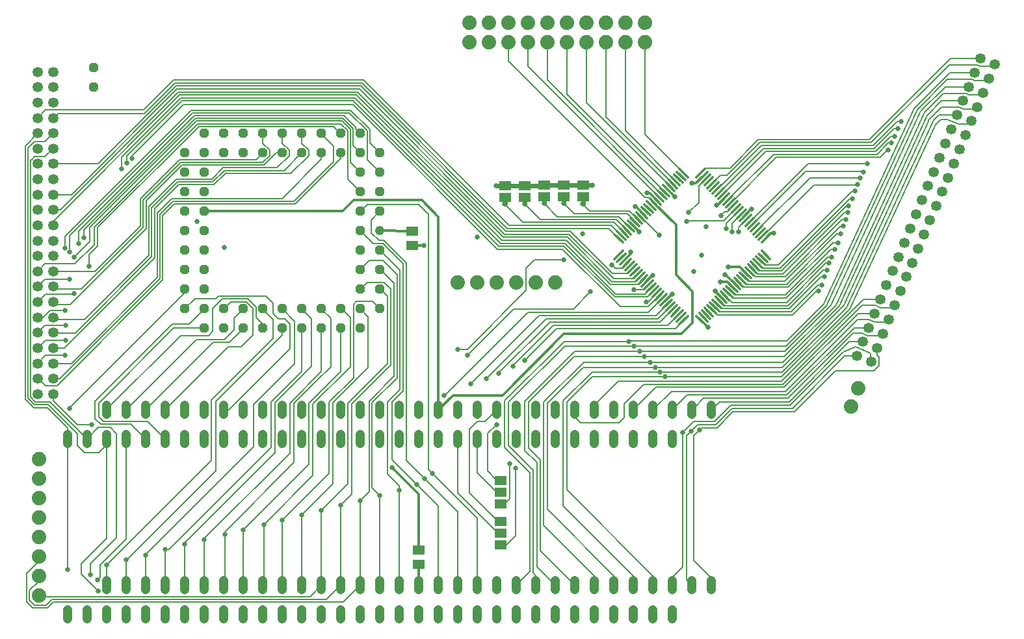
<source format=gtl>
G04 EAGLE Gerber RS-274X export*
G75*
%MOMM*%
%FSLAX34Y34*%
%LPD*%
%INTop Copper*%
%IPPOS*%
%AMOC8*
5,1,8,0,0,1.08239X$1,22.5*%
G01*
%ADD10C,1.350000*%
%ADD11C,1.219200*%
%ADD12P,1.319650X8X112.500000*%
%ADD13R,1.600200X1.168400*%
%ADD14C,1.219200*%
%ADD15P,1.319650X8X292.500000*%
%ADD16R,1.500000X1.300000*%
%ADD17C,0.300000*%
%ADD18C,1.879600*%
%ADD19C,0.304800*%
%ADD20C,0.654800*%
%ADD21C,0.609600*%
%ADD22C,0.203200*%
%ADD23C,0.177800*%


D10*
X57244Y331782D03*
X37244Y331782D03*
X57244Y351782D03*
X37244Y351782D03*
X57244Y371782D03*
X37244Y371782D03*
X57244Y391782D03*
X37244Y391782D03*
X57244Y411782D03*
X37244Y411782D03*
X57244Y431782D03*
X37244Y431782D03*
X57244Y451782D03*
X37244Y451782D03*
X57244Y471782D03*
X37244Y471782D03*
X57244Y491782D03*
X37244Y491782D03*
X57244Y511782D03*
X37244Y511782D03*
X57244Y531782D03*
X37244Y531782D03*
X57244Y551782D03*
X37244Y551782D03*
X57244Y571782D03*
X37244Y571782D03*
X57244Y591782D03*
X37244Y591782D03*
X57244Y611782D03*
X37244Y611782D03*
X57244Y631782D03*
X37244Y631782D03*
X57244Y651782D03*
X37244Y651782D03*
X57244Y671782D03*
X37244Y671782D03*
X57244Y691782D03*
X37244Y691782D03*
X57244Y711782D03*
X37244Y711782D03*
X57244Y731782D03*
X37244Y731782D03*
X57244Y751782D03*
X37244Y751782D03*
D11*
X863600Y279146D02*
X863600Y266954D01*
X838200Y266954D02*
X838200Y279146D01*
X812800Y279146D02*
X812800Y266954D01*
X787400Y266954D02*
X787400Y279146D01*
X762000Y279146D02*
X762000Y266954D01*
X736600Y266954D02*
X736600Y279146D01*
X711200Y279146D02*
X711200Y266954D01*
X685800Y266954D02*
X685800Y279146D01*
X660400Y279146D02*
X660400Y266954D01*
X635000Y266954D02*
X635000Y279146D01*
X609600Y279146D02*
X609600Y266954D01*
X584200Y266954D02*
X584200Y279146D01*
X558800Y279146D02*
X558800Y266954D01*
X533400Y266954D02*
X533400Y279146D01*
X508000Y279146D02*
X508000Y266954D01*
X482600Y266954D02*
X482600Y279146D01*
X457200Y279146D02*
X457200Y266954D01*
X431800Y266954D02*
X431800Y279146D01*
X406400Y279146D02*
X406400Y266954D01*
X76200Y266954D02*
X76200Y279146D01*
X76200Y50546D02*
X76200Y38354D01*
X406400Y38354D02*
X406400Y50546D01*
X431800Y50546D02*
X431800Y38354D01*
X457200Y38354D02*
X457200Y50546D01*
X482600Y50546D02*
X482600Y38354D01*
X508000Y38354D02*
X508000Y50546D01*
X533400Y50546D02*
X533400Y38354D01*
X558800Y38354D02*
X558800Y50546D01*
X584200Y50546D02*
X584200Y38354D01*
X609600Y38354D02*
X609600Y50546D01*
X635000Y50546D02*
X635000Y38354D01*
X660400Y38354D02*
X660400Y50546D01*
X685800Y50546D02*
X685800Y38354D01*
X711200Y38354D02*
X711200Y50546D01*
X736600Y50546D02*
X736600Y38354D01*
X762000Y38354D02*
X762000Y50546D01*
X787400Y50546D02*
X787400Y38354D01*
X812800Y38354D02*
X812800Y50546D01*
X838200Y50546D02*
X838200Y38354D01*
X863600Y38354D02*
X863600Y50546D01*
X381000Y266954D02*
X381000Y279146D01*
X355600Y279146D02*
X355600Y266954D01*
X330200Y266954D02*
X330200Y279146D01*
X304800Y279146D02*
X304800Y266954D01*
X279400Y266954D02*
X279400Y279146D01*
X254000Y279146D02*
X254000Y266954D01*
X228600Y266954D02*
X228600Y279146D01*
X203200Y279146D02*
X203200Y266954D01*
X177800Y266954D02*
X177800Y279146D01*
X152400Y279146D02*
X152400Y266954D01*
X127000Y266954D02*
X127000Y279146D01*
X101600Y279146D02*
X101600Y266954D01*
X381000Y50546D02*
X381000Y38354D01*
X355600Y38354D02*
X355600Y50546D01*
X330200Y50546D02*
X330200Y38354D01*
X304800Y38354D02*
X304800Y50546D01*
X279400Y50546D02*
X279400Y38354D01*
X254000Y38354D02*
X254000Y50546D01*
X228600Y50546D02*
X228600Y38354D01*
X203200Y38354D02*
X203200Y50546D01*
X177800Y50546D02*
X177800Y38354D01*
X152400Y38354D02*
X152400Y50546D01*
X127000Y50546D02*
X127000Y38354D01*
X101600Y38354D02*
X101600Y50546D01*
D12*
X109728Y732028D03*
X109728Y757428D03*
D13*
X645650Y603666D03*
X645650Y588426D03*
X671050Y603666D03*
X671050Y588426D03*
X640080Y188722D03*
X640080Y203962D03*
X640080Y219202D03*
X640080Y134874D03*
X640080Y150114D03*
X640080Y165354D03*
D14*
X482664Y544576D03*
D15*
X457264Y544576D03*
X482664Y569976D03*
X457264Y569976D03*
X482664Y595376D03*
X457264Y595376D03*
X482664Y620776D03*
X457264Y620776D03*
X482664Y646176D03*
X457264Y671576D03*
X457264Y646176D03*
X431864Y671576D03*
X431864Y646176D03*
X406464Y671576D03*
X406464Y646176D03*
X381064Y671576D03*
X381064Y646176D03*
X355664Y671576D03*
X355664Y646176D03*
X330264Y671576D03*
X330264Y646176D03*
X304864Y671576D03*
X304864Y646176D03*
X279464Y671576D03*
X279464Y646176D03*
X254064Y671576D03*
X228664Y646176D03*
X254064Y646176D03*
X228664Y620776D03*
X254064Y620776D03*
X228664Y595376D03*
X254064Y595376D03*
X228664Y569976D03*
X254064Y569976D03*
X228664Y544576D03*
X254064Y544576D03*
X228664Y519176D03*
X254064Y519176D03*
X228664Y493776D03*
X254064Y493776D03*
X228664Y468376D03*
X254064Y468376D03*
X228664Y442976D03*
X254064Y417576D03*
X254064Y442976D03*
X279464Y417576D03*
X279464Y442976D03*
X304864Y417576D03*
X304864Y442976D03*
X330264Y417576D03*
X330264Y442976D03*
X355664Y417576D03*
X355664Y442976D03*
X381064Y417576D03*
X381064Y442976D03*
X406464Y417576D03*
X406464Y442976D03*
X431864Y417576D03*
X431864Y442976D03*
X457264Y417576D03*
X482664Y442976D03*
X457264Y442976D03*
X482664Y468376D03*
X457264Y468376D03*
X482664Y493776D03*
X457264Y493776D03*
X482664Y519176D03*
X457264Y519176D03*
D16*
X533400Y109626D03*
X533400Y128626D03*
X524764Y544424D03*
X524764Y525424D03*
D17*
X788392Y507739D02*
X798998Y518345D01*
X802534Y514809D02*
X791928Y504203D01*
X795463Y500668D02*
X806069Y511274D01*
X809605Y507738D02*
X798999Y497132D01*
X802534Y493597D02*
X813140Y504203D01*
X816676Y500667D02*
X806070Y490061D01*
X809605Y486526D02*
X820211Y497132D01*
X823747Y493596D02*
X813141Y482990D01*
X816676Y479455D02*
X827282Y490061D01*
X830818Y486525D02*
X820212Y475919D01*
X823747Y472384D02*
X834353Y482990D01*
X837889Y479454D02*
X827283Y468848D01*
X830818Y465312D02*
X841424Y475918D01*
X844960Y472383D02*
X834354Y461777D01*
X837890Y458241D02*
X848496Y468847D01*
X852031Y465312D02*
X841425Y454706D01*
X844961Y451170D02*
X855567Y461776D01*
X859102Y458241D02*
X848496Y447635D01*
X852032Y444099D02*
X862638Y454705D01*
X866173Y451170D02*
X855567Y440564D01*
X859103Y437028D02*
X869709Y447634D01*
X873244Y444099D02*
X862638Y433493D01*
X866174Y429957D02*
X876780Y440563D01*
X880315Y437028D02*
X869709Y426422D01*
X873245Y422886D02*
X883851Y433492D01*
X895165Y433492D02*
X905771Y422886D01*
X909307Y426422D02*
X898701Y437028D01*
X902236Y440563D02*
X912842Y429957D01*
X916378Y433493D02*
X905772Y444099D01*
X909307Y447634D02*
X919913Y437028D01*
X923449Y440564D02*
X912843Y451170D01*
X916378Y454705D02*
X926984Y444099D01*
X930520Y447635D02*
X919914Y458241D01*
X923449Y461776D02*
X934055Y451170D01*
X937591Y454706D02*
X926985Y465312D01*
X930520Y468847D02*
X941126Y458241D01*
X944662Y461777D02*
X934056Y472383D01*
X937592Y475918D02*
X948198Y465312D01*
X951733Y468848D02*
X941127Y479454D01*
X944663Y482990D02*
X955269Y472384D01*
X958804Y475919D02*
X948198Y486525D01*
X951734Y490061D02*
X962340Y479455D01*
X965875Y482990D02*
X955269Y493596D01*
X958805Y497132D02*
X969411Y486526D01*
X972946Y490061D02*
X962340Y500667D01*
X965876Y504203D02*
X976482Y493597D01*
X980017Y497132D02*
X969411Y507738D01*
X972947Y511274D02*
X983553Y500668D01*
X987088Y504203D02*
X976482Y514809D01*
X980018Y518345D02*
X990624Y507739D01*
X980018Y529659D02*
X990624Y540265D01*
X987088Y543801D02*
X976482Y533195D01*
X972947Y536730D02*
X983553Y547336D01*
X980017Y550872D02*
X969411Y540266D01*
X965876Y543801D02*
X976482Y554407D01*
X972946Y557943D02*
X962340Y547337D01*
X958805Y550872D02*
X969411Y561478D01*
X965875Y565014D02*
X955269Y554408D01*
X951734Y557943D02*
X962340Y568549D01*
X958804Y572085D02*
X948198Y561479D01*
X944663Y565014D02*
X955269Y575620D01*
X951733Y579156D02*
X941127Y568550D01*
X937592Y572086D02*
X948198Y582692D01*
X944662Y586227D02*
X934056Y575621D01*
X930520Y579157D02*
X941126Y589763D01*
X937591Y593298D02*
X926985Y582692D01*
X923449Y586228D02*
X934055Y596834D01*
X930520Y600369D02*
X919914Y589763D01*
X916378Y593299D02*
X926984Y603905D01*
X923449Y607440D02*
X912843Y596834D01*
X909307Y600370D02*
X919913Y610976D01*
X916378Y614511D02*
X905772Y603905D01*
X902236Y607441D02*
X912842Y618047D01*
X909307Y621582D02*
X898701Y610976D01*
X895165Y614512D02*
X905771Y625118D01*
X883851Y614512D02*
X873245Y625118D01*
X869709Y621582D02*
X880315Y610976D01*
X876780Y607441D02*
X866174Y618047D01*
X862638Y614511D02*
X873244Y603905D01*
X869709Y600370D02*
X859103Y610976D01*
X855567Y607440D02*
X866173Y596834D01*
X862638Y593299D02*
X852032Y603905D01*
X848496Y600369D02*
X859102Y589763D01*
X855567Y586228D02*
X844961Y596834D01*
X841425Y593298D02*
X852031Y582692D01*
X848496Y579157D02*
X837890Y589763D01*
X834354Y586227D02*
X844960Y575621D01*
X841424Y572086D02*
X830818Y582692D01*
X827283Y579156D02*
X837889Y568550D01*
X834353Y565014D02*
X823747Y575620D01*
X820212Y572085D02*
X830818Y561479D01*
X827282Y557943D02*
X816676Y568549D01*
X813141Y565014D02*
X823747Y554408D01*
X820211Y550872D02*
X809605Y561478D01*
X806070Y557943D02*
X816676Y547337D01*
X813140Y543801D02*
X802534Y554407D01*
X798999Y550872D02*
X809605Y540266D01*
X806069Y536730D02*
X795463Y547336D01*
X791928Y543801D02*
X802534Y533195D01*
X798998Y529659D02*
X788392Y540265D01*
D18*
X1105662Y338836D03*
X1095942Y315369D03*
D10*
X1264925Y769342D03*
X1283402Y761688D03*
X1257271Y750864D03*
X1275749Y743210D03*
X1249617Y732386D03*
X1268095Y724733D03*
X1241964Y713909D03*
X1260441Y706255D03*
X1234310Y695431D03*
X1252788Y687778D03*
X1226656Y676954D03*
X1245134Y669300D03*
X1219003Y658476D03*
X1237480Y650822D03*
X1211349Y639998D03*
X1229827Y632345D03*
X1203695Y621521D03*
X1222173Y613867D03*
X1196042Y603043D03*
X1214519Y595390D03*
X1188388Y584566D03*
X1206866Y576912D03*
X1180734Y566088D03*
X1199212Y558434D03*
X1173081Y547610D03*
X1191558Y539957D03*
X1165427Y529133D03*
X1183905Y521479D03*
X1157773Y510655D03*
X1176251Y503002D03*
X1150120Y492178D03*
X1168597Y484524D03*
X1142466Y473700D03*
X1160944Y466046D03*
X1134812Y455222D03*
X1153290Y447569D03*
X1127159Y436745D03*
X1145636Y429091D03*
X1119505Y418267D03*
X1137983Y410614D03*
X1111851Y399790D03*
X1130329Y392136D03*
X1104198Y381312D03*
X1122675Y373658D03*
D11*
X914400Y317246D02*
X914400Y305054D01*
X889000Y305054D02*
X889000Y317246D01*
X863600Y317246D02*
X863600Y305054D01*
X838200Y305054D02*
X838200Y317246D01*
X812800Y317246D02*
X812800Y305054D01*
X787400Y305054D02*
X787400Y317246D01*
X762000Y317246D02*
X762000Y305054D01*
X736600Y305054D02*
X736600Y317246D01*
X711200Y317246D02*
X711200Y305054D01*
X685800Y305054D02*
X685800Y317246D01*
X660400Y317246D02*
X660400Y305054D01*
X635000Y305054D02*
X635000Y317246D01*
X609600Y317246D02*
X609600Y305054D01*
X584200Y305054D02*
X584200Y317246D01*
X558800Y317246D02*
X558800Y305054D01*
X533400Y305054D02*
X533400Y317246D01*
X508000Y317246D02*
X508000Y305054D01*
X482600Y305054D02*
X482600Y317246D01*
X457200Y317246D02*
X457200Y305054D01*
X127000Y305054D02*
X127000Y317246D01*
X127000Y88646D02*
X127000Y76454D01*
X457200Y76454D02*
X457200Y88646D01*
X482600Y88646D02*
X482600Y76454D01*
X508000Y76454D02*
X508000Y88646D01*
X533400Y88646D02*
X533400Y76454D01*
X558800Y76454D02*
X558800Y88646D01*
X584200Y88646D02*
X584200Y76454D01*
X609600Y76454D02*
X609600Y88646D01*
X635000Y88646D02*
X635000Y76454D01*
X660400Y76454D02*
X660400Y88646D01*
X685800Y88646D02*
X685800Y76454D01*
X711200Y76454D02*
X711200Y88646D01*
X736600Y88646D02*
X736600Y76454D01*
X762000Y76454D02*
X762000Y88646D01*
X787400Y88646D02*
X787400Y76454D01*
X812800Y76454D02*
X812800Y88646D01*
X838200Y88646D02*
X838200Y76454D01*
X863600Y76454D02*
X863600Y88646D01*
X889000Y88646D02*
X889000Y76454D01*
X914400Y76454D02*
X914400Y88646D01*
X431800Y305054D02*
X431800Y317246D01*
X406400Y317246D02*
X406400Y305054D01*
X381000Y305054D02*
X381000Y317246D01*
X355600Y317246D02*
X355600Y305054D01*
X330200Y305054D02*
X330200Y317246D01*
X304800Y317246D02*
X304800Y305054D01*
X279400Y305054D02*
X279400Y317246D01*
X254000Y317246D02*
X254000Y305054D01*
X228600Y305054D02*
X228600Y317246D01*
X203200Y317246D02*
X203200Y305054D01*
X177800Y305054D02*
X177800Y317246D01*
X152400Y317246D02*
X152400Y305054D01*
X431800Y88646D02*
X431800Y76454D01*
X406400Y76454D02*
X406400Y88646D01*
X381000Y88646D02*
X381000Y76454D01*
X355600Y76454D02*
X355600Y88646D01*
X330200Y88646D02*
X330200Y76454D01*
X304800Y76454D02*
X304800Y88646D01*
X279400Y88646D02*
X279400Y76454D01*
X254000Y76454D02*
X254000Y88646D01*
X228600Y88646D02*
X228600Y76454D01*
X203200Y76454D02*
X203200Y88646D01*
X177800Y88646D02*
X177800Y76454D01*
X152400Y76454D02*
X152400Y88646D01*
D18*
X584200Y477012D03*
X609600Y477012D03*
X635000Y477012D03*
X660400Y477012D03*
X685800Y477012D03*
X711200Y477012D03*
D13*
X696450Y603920D03*
X696450Y588680D03*
X721850Y603920D03*
X721850Y588680D03*
X747250Y603920D03*
X747250Y588680D03*
D18*
X38608Y69088D03*
X38608Y94488D03*
X38608Y119888D03*
X38608Y145288D03*
X38608Y170688D03*
X38608Y196088D03*
X38608Y221488D03*
X38608Y246888D03*
X599186Y790702D03*
X599186Y816102D03*
X624586Y790702D03*
X624586Y816102D03*
X649986Y790702D03*
X649986Y816102D03*
X675386Y790702D03*
X675386Y816102D03*
X700786Y790702D03*
X700786Y816102D03*
X726186Y790702D03*
X726186Y816102D03*
X751586Y790702D03*
X751586Y816102D03*
X776986Y790702D03*
X776986Y816102D03*
X802386Y790702D03*
X802386Y816102D03*
X827786Y790702D03*
X827786Y816102D03*
D19*
X533400Y201168D02*
X533400Y128626D01*
X533400Y201168D02*
X498856Y235712D01*
D20*
X498856Y235712D03*
D21*
X645650Y603666D02*
X671050Y603666D01*
X696196Y603666D02*
X696450Y603920D01*
X696196Y603666D02*
X671050Y603666D01*
X696450Y603920D02*
X721850Y603920D01*
X747250Y603920D01*
D20*
X634220Y603666D03*
D21*
X645650Y603666D01*
D20*
X759442Y603920D03*
D21*
X747250Y603920D01*
D20*
X830326Y593852D03*
D19*
X833800Y593852D02*
X843193Y584460D01*
X833800Y593852D02*
X830326Y593852D01*
D20*
X820674Y543560D03*
D19*
X820453Y543560D02*
X811373Y552640D01*
X820453Y543560D02*
X820674Y543560D01*
D20*
X838454Y486918D03*
D19*
X838282Y486918D02*
X829050Y477687D01*
X838282Y486918D02*
X838454Y486918D01*
D20*
X910082Y419100D03*
D19*
X900748Y428189D02*
X900468Y428189D01*
X900748Y428189D02*
X909837Y419100D01*
X910082Y419100D01*
D20*
X926084Y478028D03*
D19*
X942869Y470615D02*
X942895Y470615D01*
X942869Y470615D02*
X935456Y478028D01*
X926084Y478028D01*
D20*
X935990Y497586D03*
D19*
X960572Y488573D02*
X960572Y488293D01*
X951559Y497586D02*
X935990Y497586D01*
X951559Y497586D02*
X960572Y488573D01*
D20*
X966978Y572516D03*
D19*
X966306Y572516D02*
X957037Y563246D01*
X966306Y572516D02*
X966978Y572516D01*
D20*
X889254Y606552D03*
D19*
X894276Y606552D02*
X904004Y616279D01*
X894276Y606552D02*
X889254Y606552D01*
D20*
X901446Y513080D03*
X891032Y491236D03*
X907796Y549656D03*
X540004Y525780D03*
D19*
X528574Y525678D02*
X528320Y525424D01*
X524764Y525424D01*
X539902Y525678D02*
X540004Y525780D01*
X539902Y525678D02*
X528574Y525678D01*
X577850Y330200D02*
X558800Y311150D01*
X868172Y487502D02*
X868172Y552409D01*
X839657Y580924D01*
X890177Y465497D02*
X890177Y424899D01*
X890177Y465497D02*
X868172Y487502D01*
X890177Y424899D02*
X875433Y410155D01*
X722217Y410155D02*
X642262Y330200D01*
X722217Y410155D02*
X875433Y410155D01*
X642262Y330200D02*
X577850Y330200D01*
X558800Y562811D02*
X537157Y584454D01*
X433896Y569976D02*
X254064Y569976D01*
X433896Y569976D02*
X448374Y584454D01*
X537157Y584454D01*
X558800Y562811D02*
X558800Y311150D01*
D22*
X832797Y587784D02*
X839657Y580924D01*
X832797Y587784D02*
X827813Y587784D01*
X649986Y765611D01*
X649986Y790702D01*
X675951Y438707D02*
X578662Y341418D01*
X675951Y438707D02*
X832497Y438707D01*
X850264Y456473D01*
D20*
X566420Y329784D03*
D22*
X567028Y329784D01*
X578662Y341418D01*
D20*
X107186Y291492D03*
D23*
X88644Y291492D01*
X57244Y322892D01*
X57244Y331782D01*
D22*
X636778Y150114D02*
X640080Y150114D01*
X636778Y150114D02*
X584200Y202692D01*
X584200Y273050D01*
D20*
X600710Y345412D03*
D22*
X689638Y434340D01*
X842272Y434340D01*
X857335Y449402D01*
X1105527Y436745D02*
X1127159Y436745D01*
X1105527Y436745D02*
X1009396Y340614D01*
X842264Y340614D02*
X812800Y311150D01*
X842264Y340614D02*
X1009396Y340614D01*
D23*
X221798Y637540D02*
X170528Y586270D01*
X170528Y550710D01*
X111600Y491782D02*
X57244Y491782D01*
X111600Y491782D02*
X170528Y550710D01*
X221798Y637540D02*
X224907Y637540D01*
X225034Y637413D01*
X321501Y637413D02*
X330264Y646176D01*
X321501Y637413D02*
X225034Y637413D01*
D20*
X596900Y382778D03*
D22*
X657070Y442948D01*
D20*
X757174Y465300D03*
D22*
X734822Y442948D02*
X657070Y442948D01*
X734822Y442948D02*
X757174Y465300D01*
D20*
X813562Y468082D03*
D22*
X826517Y468082D01*
X832586Y474151D01*
X1118926Y429176D02*
X1128096Y425378D01*
X1141923Y425378D02*
X1145636Y429091D01*
X1141923Y425378D02*
X1128096Y425378D01*
X1118926Y429176D02*
X1105048Y429176D01*
X1011153Y335280D01*
X862330Y335280D02*
X838200Y311150D01*
X862330Y335280D02*
X1011153Y335280D01*
D23*
X174498Y549158D02*
X94074Y468734D01*
X60292Y468734D02*
X57244Y471782D01*
X60292Y468734D02*
X94074Y468734D01*
X174498Y549158D02*
X174498Y584957D01*
X223479Y633938D02*
X223561Y633857D01*
X339027Y642546D02*
X339027Y649806D01*
X330337Y633857D02*
X223561Y633857D01*
X330337Y633857D02*
X339027Y642546D01*
X330264Y658569D02*
X330264Y671576D01*
X330264Y658569D02*
X339027Y649806D01*
X223479Y633938D02*
X174498Y584957D01*
D20*
X583692Y390208D03*
D22*
X596392Y390208D01*
X673354Y467170D01*
D20*
X722122Y506772D03*
D22*
X684352Y506776D01*
X673354Y495778D01*
D20*
X846609Y538707D03*
D22*
X822070Y563246D01*
X821979Y563246D01*
X673354Y495778D02*
X673354Y467170D01*
X1119504Y418266D02*
X1119505Y418267D01*
X1119504Y418266D02*
X1100256Y418266D01*
X1012698Y330708D01*
X863600Y311658D02*
X863600Y311150D01*
X863600Y311658D02*
X882650Y330708D01*
X1012698Y330708D01*
D23*
X60292Y448734D02*
X57244Y451782D01*
X60292Y448734D02*
X79596Y448734D01*
X178308Y547446D01*
X347685Y646176D02*
X355664Y646176D01*
X347685Y646176D02*
X331810Y630301D01*
X224871Y630301D01*
X178308Y583738D02*
X178308Y547446D01*
X178308Y583738D02*
X224871Y630301D01*
D22*
X1110320Y411115D02*
X1117430Y408170D01*
X1110320Y411115D02*
X1098926Y411115D01*
X1014201Y326390D01*
X1135539Y408170D02*
X1137983Y410614D01*
X1135539Y408170D02*
X1117430Y408170D01*
X892556Y314706D02*
X889000Y311150D01*
X892556Y314706D02*
X892810Y314706D01*
X904494Y326390D01*
X1014201Y326390D01*
D23*
X182118Y512714D02*
X98138Y428734D01*
X60292Y428734D02*
X57244Y431782D01*
X60292Y428734D02*
X98138Y428734D01*
X182118Y512714D02*
X182118Y576423D01*
X217708Y612013D01*
X263779Y612013D02*
X278511Y626745D01*
X364427Y642546D02*
X364427Y649806D01*
X364427Y642546D02*
X348625Y626745D01*
X355664Y658569D02*
X355664Y671576D01*
X355664Y658569D02*
X364427Y649806D01*
X263779Y612013D02*
X217708Y612013D01*
X278511Y626745D02*
X348625Y626745D01*
D22*
X1093972Y399790D02*
X1111851Y399790D01*
X1093972Y399790D02*
X1016000Y321818D01*
X925068Y321818D02*
X914400Y311150D01*
X925068Y321818D02*
X1016000Y321818D01*
D23*
X57498Y411528D02*
X57244Y411782D01*
X57498Y411528D02*
X86200Y411528D01*
X185674Y511002D01*
X185674Y574950D02*
X219181Y608457D01*
X265252Y608457D01*
X279984Y623189D01*
X358077Y623189D02*
X381064Y646176D01*
X185674Y574950D02*
X185674Y511002D01*
X279984Y623189D02*
X358077Y623189D01*
D22*
X1130329Y392136D02*
X1130329Y382484D01*
X1133094Y379719D01*
X1133094Y368554D01*
X1126236Y361696D01*
X1075660Y361696D01*
X891337Y243318D02*
X891208Y114886D01*
X914400Y91694D02*
X914400Y82550D01*
X914400Y91694D02*
X891208Y114886D01*
X1022828Y308864D02*
X1075660Y361696D01*
X891337Y277419D02*
X891337Y243318D01*
X901700Y287782D02*
X921554Y287782D01*
X942636Y308864D01*
X1022828Y308864D01*
X898934Y285016D02*
X891337Y277419D01*
X898934Y285016D02*
X901700Y287782D01*
X898934Y285016D02*
X898779Y285016D01*
D20*
X898779Y285016D03*
D23*
X71976Y391782D02*
X57244Y391782D01*
X71976Y391782D02*
X189230Y509036D01*
X266725Y604901D02*
X281457Y619633D01*
X266725Y604901D02*
X220654Y604901D01*
X389827Y642546D02*
X389827Y649806D01*
X389827Y642546D02*
X366913Y619633D01*
X381064Y658569D02*
X381064Y671576D01*
X381064Y658569D02*
X389827Y649806D01*
X189230Y573477D02*
X189230Y509036D01*
X189230Y573477D02*
X220654Y604901D01*
X281457Y619633D02*
X366913Y619633D01*
D22*
X1088100Y381312D02*
X1104198Y381312D01*
X1088100Y381312D02*
X1019969Y313182D01*
X941207Y313182D02*
X919871Y291846D01*
X941207Y313182D02*
X1019969Y313182D01*
X882142Y89408D02*
X889000Y82550D01*
D20*
X888009Y283693D03*
D22*
X882142Y277825D01*
X882142Y89408D01*
X888009Y283693D02*
X896163Y291846D01*
X919871Y291846D01*
D23*
X80866Y371782D02*
X57244Y371782D01*
X80866Y371782D02*
X192786Y483702D01*
X406464Y637898D02*
X406464Y646176D01*
X406464Y637898D02*
X355178Y586613D01*
X211713Y586613D01*
X192786Y567686D02*
X192786Y483702D01*
X192786Y567686D02*
X211713Y586613D01*
D22*
X1121405Y385352D02*
X1121405Y374928D01*
X1122675Y373658D01*
X1102166Y393321D02*
X1086512Y386837D01*
X1102166Y393321D02*
X1121405Y385352D01*
X863600Y92964D02*
X863600Y82550D01*
X863600Y92964D02*
X876808Y106172D01*
X1016921Y317246D02*
X1086512Y386837D01*
X918188Y295910D02*
X891286Y295910D01*
X918188Y295910D02*
X939524Y317246D01*
X1016921Y317246D01*
X891286Y295910D02*
X876808Y281432D01*
D20*
X876808Y281432D03*
D22*
X876808Y106172D01*
D23*
X370977Y583057D02*
X213694Y583057D01*
X370977Y583057D02*
X422593Y634672D01*
X422593Y655394D01*
X406464Y671523D02*
X406464Y671576D01*
X406464Y671523D02*
X422593Y655394D01*
X196446Y482094D02*
X66134Y351782D01*
X57244Y351782D01*
X196446Y482094D02*
X196446Y565809D01*
X213694Y583057D01*
D22*
X726186Y321056D02*
X726186Y206756D01*
X838200Y94742D02*
X838200Y82550D01*
X838200Y94742D02*
X726186Y206756D01*
X1005870Y354330D02*
X1094308Y442768D01*
X1206417Y682721D01*
D20*
X854456Y354330D03*
D22*
X1005870Y354330D01*
X1206417Y682721D02*
X1213251Y689556D01*
X1221708Y689556D01*
X1236033Y683622D01*
X1248632Y683622D02*
X1252788Y687778D01*
X1248632Y683622D02*
X1236033Y683622D01*
X854456Y354330D02*
X759460Y354330D01*
X726186Y321056D01*
D23*
X62161Y342365D02*
X47501Y342365D01*
X62161Y342365D02*
X200002Y480206D01*
X38084Y351782D02*
X37244Y351782D01*
X38084Y351782D02*
X47501Y342365D01*
X200002Y564336D02*
X215167Y579501D01*
X200002Y564336D02*
X200002Y480206D01*
X215167Y579501D02*
X372450Y579501D01*
X431864Y638914D01*
X431864Y646176D01*
D22*
X721614Y322950D02*
X721614Y185928D01*
X812800Y94742D02*
X812800Y82550D01*
X812800Y94742D02*
X721614Y185928D01*
X1006219Y360426D02*
X1090279Y444487D01*
X1203694Y688633D01*
X847626Y360426D02*
X847598Y360398D01*
X847626Y360426D02*
X1006219Y360426D01*
D20*
X847598Y360398D03*
D22*
X1203694Y688633D02*
X1210493Y695431D01*
X1234310Y695431D01*
X847598Y360398D02*
X759062Y360398D01*
X721614Y322950D01*
D23*
X47732Y382270D02*
X37244Y371782D01*
X422749Y680691D02*
X431864Y671576D01*
X422749Y680691D02*
X246915Y680691D01*
X115062Y548838D01*
X115062Y524256D01*
X104140Y513334D01*
X104140Y498094D01*
D20*
X104140Y498094D03*
X72898Y382270D03*
D23*
X47732Y382270D01*
D22*
X841248Y366522D02*
X1006567Y366522D01*
X787400Y94742D02*
X787400Y82550D01*
X787400Y94742D02*
X700786Y181356D01*
X700786Y319954D01*
X1006567Y366522D02*
X1087375Y447330D01*
X1196755Y687347D01*
X1197393Y688747D01*
D20*
X841248Y366522D03*
D22*
X1197393Y688747D02*
X1214394Y705747D01*
X1236728Y705747D01*
X1243212Y703061D01*
X1257248Y703061D01*
X1260441Y706255D01*
X841248Y366522D02*
X747354Y366522D01*
X700786Y319954D01*
D23*
X47544Y402082D02*
X37244Y391782D01*
X447739Y655701D02*
X457264Y646176D01*
X447739Y655701D02*
X447739Y678152D01*
X434531Y691359D01*
X242496Y691359D02*
X97282Y546145D01*
X242496Y691359D02*
X434531Y691359D01*
D20*
X73406Y402082D03*
X97282Y535686D03*
D23*
X97282Y546145D01*
X73406Y402082D02*
X47544Y402082D01*
D22*
X696214Y321657D02*
X696214Y160528D01*
X762000Y94742D02*
X762000Y82550D01*
X762000Y94742D02*
X696214Y160528D01*
X834390Y373408D02*
X836205Y373408D01*
X836314Y373300D01*
X1007597Y373300D01*
X1081290Y446992D01*
X1195410Y695171D01*
D20*
X834390Y373408D03*
D22*
X1195410Y695171D02*
X1214148Y713909D01*
X1241964Y713909D01*
X834390Y373408D02*
X747965Y373408D01*
X696214Y321657D01*
D23*
X46661Y421199D02*
X37244Y411782D01*
X451295Y677545D02*
X457264Y671576D01*
X451295Y677545D02*
X451295Y679625D01*
X436004Y694915D01*
X241023Y694915D02*
X90656Y544548D01*
X241023Y694915D02*
X436004Y694915D01*
D20*
X73152Y421386D03*
X90634Y527768D03*
D23*
X90656Y527790D01*
X90656Y544548D01*
X73152Y421386D02*
X72965Y421199D01*
X46661Y421199D01*
D22*
X691642Y246126D02*
X691642Y127508D01*
X736600Y82550D01*
X691642Y246126D02*
X676656Y261112D01*
X676656Y321034D01*
X1009296Y380746D02*
X1076465Y447915D01*
X1192107Y698951D01*
X827640Y380746D02*
X827278Y380384D01*
X827640Y380746D02*
X1009296Y380746D01*
D20*
X827278Y380384D03*
D22*
X1192107Y698951D02*
X1216619Y723463D01*
X1246221Y723463D01*
X1249617Y722056D01*
X1265418Y722056D01*
X1268095Y724733D01*
X827278Y380384D02*
X736006Y380384D01*
X676656Y321034D01*
D23*
X482664Y646176D02*
X469583Y659257D01*
X469583Y676679D01*
X444234Y702027D01*
X237004Y702027D02*
X72380Y537403D01*
X237004Y702027D02*
X444234Y702027D01*
D20*
X72390Y441198D03*
D23*
X61145Y441199D02*
X53343Y441199D01*
X43926Y431782D02*
X37244Y431782D01*
X43926Y431782D02*
X53343Y441199D01*
X61145Y441199D02*
X61146Y441198D01*
X72390Y441198D01*
D20*
X72380Y522488D03*
D23*
X72380Y537403D01*
D22*
X671322Y322165D02*
X671322Y258318D01*
X687324Y106426D02*
X711200Y82550D01*
X687324Y106426D02*
X687324Y242316D01*
X671322Y258318D01*
X820928Y387604D02*
X1010407Y387604D01*
X1070131Y447328D01*
X1186983Y700573D01*
D20*
X820928Y387604D03*
D22*
X1186983Y700573D02*
X1218796Y732386D01*
X1249617Y732386D01*
X820928Y387604D02*
X736761Y387604D01*
X671322Y322165D01*
D23*
X47742Y462280D02*
X37244Y451782D01*
X84074Y462280D02*
X84582Y462788D01*
X84074Y462280D02*
X47742Y462280D01*
X444183Y633857D02*
X457264Y620776D01*
X444183Y633857D02*
X444183Y676679D01*
X433058Y687803D01*
X243969Y687803D02*
X105156Y548990D01*
X243969Y687803D02*
X433058Y687803D01*
D20*
X84582Y462788D03*
X84582Y510032D03*
D23*
X105156Y530352D02*
X105156Y548990D01*
X105156Y530352D02*
X84836Y510032D01*
X84582Y510032D01*
D22*
X685800Y94742D02*
X685800Y82550D01*
X685800Y94742D02*
X682117Y98425D01*
X1011518Y394462D02*
X1063830Y446774D01*
X1182806Y702767D01*
D20*
X813816Y394462D03*
D22*
X1011518Y394462D01*
X1182806Y702767D02*
X1221978Y741940D01*
X1253875Y741940D01*
X1257271Y740534D01*
X1273072Y740534D01*
X1275749Y743210D01*
X813816Y394462D02*
X723414Y394462D01*
X650240Y321288D01*
D23*
X46792Y481330D02*
X37244Y471782D01*
X46792Y481330D02*
X78486Y481330D01*
X466027Y637413D02*
X482664Y620776D01*
X466027Y675206D02*
X442761Y698471D01*
X466027Y675206D02*
X466027Y637413D01*
X238477Y698471D02*
X78428Y538422D01*
X238477Y698471D02*
X442761Y698471D01*
D20*
X78486Y481330D03*
X78428Y516694D03*
D23*
X78428Y538422D01*
D22*
X650240Y264542D02*
X682117Y232665D01*
X650240Y264542D02*
X650240Y321288D01*
X682117Y232665D02*
X682117Y98425D01*
X806986Y400812D02*
X1012120Y400812D01*
X1060852Y449544D01*
X1178094Y704308D01*
X806986Y400812D02*
X806704Y400530D01*
D20*
X806704Y400530D03*
D22*
X1224651Y750864D02*
X1257271Y750864D01*
X1224651Y750864D02*
X1178094Y704308D01*
X806704Y400530D02*
X723017Y400530D01*
X645414Y322927D01*
D23*
X46858Y501396D02*
X37244Y491782D01*
X440627Y612013D02*
X457264Y595376D01*
X440627Y675206D02*
X431585Y684247D01*
X440627Y675206D02*
X440627Y612013D01*
X431585Y684247D02*
X245442Y684247D01*
X110490Y549295D01*
X110490Y526593D01*
X85293Y501396D01*
X46858Y501396D01*
D22*
X645414Y322927D02*
X645414Y262201D01*
X678180Y229435D01*
X678180Y100330D02*
X660400Y82550D01*
X678180Y100330D02*
X678180Y229435D01*
X177800Y273050D02*
X158496Y292354D01*
X118872Y292354D01*
X254064Y442722D02*
X254064Y442976D01*
X254064Y442722D02*
X234506Y423164D01*
X212535Y423164D01*
X111760Y322389D01*
X111760Y299466D01*
X118872Y292354D01*
X180086Y296164D02*
X203200Y273050D01*
X122556Y296164D02*
X116332Y302388D01*
X116332Y319912D01*
X214250Y417830D01*
X253810Y417830D02*
X254064Y417576D01*
X253810Y417830D02*
X214250Y417830D01*
X180086Y296164D02*
X122556Y296164D01*
X285972Y311150D02*
X365316Y390493D01*
X285972Y311150D02*
X279400Y311150D01*
X272352Y459486D02*
X334010Y459486D01*
X272352Y459486D02*
X269304Y456438D01*
X242126Y456438D01*
X228664Y442976D01*
X358838Y429768D02*
X365316Y423290D01*
X358838Y429768D02*
X350266Y429768D01*
X365316Y423290D02*
X365316Y390493D01*
X343408Y436626D02*
X343408Y450088D01*
X334010Y459486D01*
X343408Y436626D02*
X350266Y429768D01*
D20*
X671068Y375349D03*
D22*
X672037Y376318D01*
X672037Y376619D01*
X867372Y417013D02*
X878548Y428189D01*
X867372Y417013D02*
X712432Y417013D01*
X672037Y376619D01*
D20*
X621284Y352044D03*
D22*
X699359Y430119D01*
X845122Y430119D02*
X860870Y445867D01*
X845122Y430119D02*
X699359Y430119D01*
X1134737Y455147D02*
X1134812Y455222D01*
X1134737Y455147D02*
X1112434Y455147D01*
X1005521Y348234D01*
X793242Y348234D02*
X762000Y316992D01*
X762000Y311150D01*
X793242Y348234D02*
X1005521Y348234D01*
D20*
X656082Y368173D03*
D22*
X656082Y368963D02*
X708409Y421290D01*
X656082Y368963D02*
X656082Y368173D01*
X857507Y421290D02*
X871477Y435260D01*
X857507Y421290D02*
X708409Y421290D01*
X1110603Y447569D02*
X1127686Y447569D01*
X1134812Y444617D01*
X1150338Y444617D01*
X1153290Y447569D01*
X744474Y294132D02*
X736600Y302006D01*
X736600Y311150D01*
X744474Y294132D02*
X793750Y294132D01*
X800989Y301371D02*
X800989Y319023D01*
X800989Y301371D02*
X793750Y294132D01*
D20*
X637794Y358966D03*
D22*
X637794Y359410D01*
X703951Y425567D01*
X847642Y425567D02*
X864406Y442331D01*
X847642Y425567D02*
X703951Y425567D01*
X800989Y319023D02*
X826390Y344424D01*
X1007459Y344424D02*
X1110603Y447569D01*
X1007459Y344424D02*
X826390Y344424D01*
D20*
X114806Y89246D03*
X1053944Y465891D03*
D22*
X1051171Y465891D01*
X1020472Y435192D01*
X921749Y435192D01*
X914610Y442331D01*
X317500Y443230D02*
X317500Y408686D01*
X302006Y393192D01*
X285242Y393192D02*
X203200Y311150D01*
X285242Y393192D02*
X302006Y393192D01*
X317500Y443230D02*
X308864Y451866D01*
X288354Y451866D01*
X279464Y442976D01*
X152400Y273050D02*
X152400Y143202D01*
X118110Y108912D02*
X118110Y93566D01*
X118110Y108912D02*
X152400Y143202D01*
D23*
X118110Y93566D02*
X118110Y92550D01*
X114806Y89246D01*
D20*
X1057910Y473700D03*
D22*
X1052830Y473700D01*
X1018386Y439256D01*
X924756Y439256D02*
X918146Y445867D01*
X924756Y439256D02*
X1018386Y439256D01*
D20*
X115570Y75438D03*
D22*
X93980Y110446D02*
X127000Y143466D01*
X177800Y311150D02*
X265684Y399034D01*
X286512Y399034D01*
X304365Y416887D01*
X304365Y417077D02*
X304864Y417576D01*
X304365Y417077D02*
X304365Y416887D01*
D23*
X95430Y258191D02*
X88773Y264848D01*
X88773Y280287D01*
X50925Y318135D02*
X32544Y318135D01*
X24271Y326408D01*
X46661Y661199D02*
X57244Y671782D01*
X46661Y661199D02*
X33343Y661199D01*
X24271Y652127D01*
X50925Y318135D02*
X88773Y280287D01*
X24271Y326408D02*
X24271Y652127D01*
D22*
X127000Y273050D02*
X127000Y143466D01*
X117094Y255323D02*
X98298Y255323D01*
X95430Y258191D01*
X127000Y265229D02*
X127000Y273050D01*
X127000Y265229D02*
X117094Y255323D01*
D23*
X93980Y97028D02*
X115570Y75438D01*
X93980Y97028D02*
X93980Y110446D01*
D20*
X105438Y96098D03*
X1061466Y484524D03*
D22*
X1057348Y484524D01*
X1015890Y443066D01*
X928018Y443066D02*
X921681Y449402D01*
X928018Y443066D02*
X1015890Y443066D01*
X292862Y415544D02*
X280416Y403098D01*
X244094Y403098D02*
X152400Y311404D01*
X152400Y311150D01*
X244094Y403098D02*
X280416Y403098D01*
X292862Y415544D02*
X292862Y430467D01*
X304864Y442468D01*
X304864Y442976D01*
D23*
X33343Y641199D02*
X29176Y637032D01*
X28194Y637032D01*
X46661Y641199D02*
X57244Y651782D01*
X46661Y641199D02*
X33343Y641199D01*
X28194Y637032D02*
X28194Y636050D01*
X27827Y635683D01*
X27827Y327881D02*
X34017Y321691D01*
X53414Y321691D01*
X101600Y273505D02*
X101600Y273050D01*
X101600Y273505D02*
X53414Y321691D01*
X27827Y327881D02*
X27827Y635683D01*
D22*
X139700Y144682D02*
X105438Y110420D01*
X139700Y144682D02*
X139700Y280162D01*
X105438Y110420D02*
X105438Y96098D01*
X139700Y280162D02*
X131826Y288036D01*
X116131Y288036D01*
X101600Y273505D01*
D20*
X76073Y103124D03*
X1064768Y493203D03*
D22*
X1060219Y493203D01*
X1013892Y446876D01*
X931279Y446876D02*
X925217Y452938D01*
X931279Y446876D02*
X1013892Y446876D01*
X321310Y444808D02*
X321310Y431800D01*
X277559Y455676D02*
X265240Y443356D01*
X277559Y455676D02*
X310442Y455676D01*
X321310Y444808D01*
X260096Y408178D02*
X223012Y408178D01*
X260096Y408178D02*
X265240Y413322D01*
X265240Y443356D01*
D23*
X37244Y671782D02*
X20715Y655253D01*
X76200Y287274D02*
X76200Y273050D01*
X76200Y287274D02*
X49784Y313690D01*
X31960Y313690D01*
X20715Y324935D01*
X20715Y655253D01*
D22*
X76200Y273050D02*
X76200Y103251D01*
X76073Y103124D01*
X127000Y311150D02*
X127000Y312166D01*
X223012Y408178D01*
X321310Y431800D02*
X330264Y422847D01*
X330264Y417576D01*
X127000Y109220D02*
X127000Y82550D01*
D20*
X127000Y109220D03*
D22*
X127000Y109242D01*
X263398Y245640D01*
D20*
X1067308Y502273D03*
D22*
X1063647Y502273D01*
X1012486Y451112D01*
X941185Y451112D02*
X932288Y460009D01*
X941185Y451112D02*
X1012486Y451112D01*
X263398Y324358D02*
X263398Y245640D01*
X343472Y404432D02*
X343472Y429260D01*
X330264Y442468D01*
X330264Y442976D01*
X343472Y404432D02*
X263398Y324358D01*
X152400Y115570D02*
X152400Y82550D01*
D20*
X152400Y115570D03*
D22*
X152791Y115570D01*
X269240Y232019D01*
X355664Y408581D02*
X355664Y417576D01*
X355664Y408581D02*
X269240Y322158D01*
X269240Y232019D01*
D20*
X1071118Y510655D03*
D22*
X1065879Y510655D01*
X1011924Y456700D02*
X942668Y456700D01*
X935823Y463544D01*
X1011924Y456700D02*
X1065879Y510655D01*
X177800Y121920D02*
X177800Y82550D01*
D20*
X177800Y121920D03*
D22*
X177800Y122641D01*
D20*
X1075182Y520243D03*
D22*
X1069824Y520243D01*
X945675Y461018D02*
X939613Y467080D01*
X939359Y467080D01*
X1010600Y461018D02*
X1069824Y520243D01*
X1010600Y461018D02*
X945675Y461018D01*
X318199Y263039D02*
X177800Y122641D01*
X318199Y263039D02*
X318199Y318009D01*
X371920Y371730D01*
X371920Y426846D01*
X355790Y442976D01*
X355664Y442976D01*
X203200Y129540D02*
X203200Y82550D01*
D20*
X203200Y129540D03*
D22*
X208036Y129540D01*
X340805Y262309D01*
X340805Y321078D01*
D20*
X1079246Y529133D03*
D22*
X1072564Y529133D01*
X1014507Y471076D01*
X956576Y471076D02*
X949966Y477687D01*
X956576Y471076D02*
X1014507Y471076D01*
X381064Y417576D02*
X381064Y361337D01*
X340805Y321078D01*
X228600Y135890D02*
X228600Y82550D01*
D20*
X228600Y135890D03*
D22*
X228600Y137754D01*
D20*
X1082593Y540453D03*
D22*
X1077988Y540453D01*
X1012421Y474886D01*
X959820Y474886D01*
X953501Y481204D02*
X953501Y481222D01*
X953501Y481204D02*
X959820Y474886D01*
X345948Y320688D02*
X345948Y255102D01*
X228600Y137754D01*
X381064Y442340D02*
X381064Y442976D01*
X381064Y442340D02*
X393510Y429894D01*
X393510Y368250D01*
X345948Y320688D01*
X254000Y142240D02*
X254000Y82550D01*
D20*
X254000Y142240D03*
D22*
X254000Y143691D01*
X365252Y254943D01*
X365252Y319618D01*
D20*
X1086104Y550658D03*
D22*
X1085596Y550150D01*
X1081789Y550150D01*
X957037Y484758D02*
X957037Y484740D01*
X963081Y478696D01*
X1010335Y478696D02*
X1081789Y550150D01*
X1010335Y478696D02*
X963081Y478696D01*
X406464Y417576D02*
X406464Y360829D01*
X365252Y319618D01*
X280670Y148590D02*
X280670Y83820D01*
X279400Y82550D01*
D20*
X280670Y148590D03*
D22*
X280670Y152422D01*
D20*
X1089578Y559058D03*
D22*
X1084800Y559058D01*
X1010412Y484669D01*
X964344Y491829D02*
X964108Y491829D01*
X971504Y484669D02*
X1010412Y484669D01*
X971504Y484669D02*
X964344Y491829D01*
X371094Y319926D02*
X371094Y242846D01*
X280670Y152422D01*
X406464Y442848D02*
X406464Y442976D01*
X406464Y442848D02*
X418656Y430656D01*
X418656Y367488D01*
X400234Y349066D02*
X371094Y319926D01*
X400234Y349066D02*
X418656Y367488D01*
X304800Y154940D02*
X304800Y82550D01*
D20*
X304800Y154940D03*
D22*
X390398Y240538D01*
X390398Y319618D01*
D20*
X1092200Y568374D03*
D22*
X1087713Y568374D01*
X1007818Y488479D01*
X974511Y488479D01*
X967643Y495347D01*
X967643Y495364D01*
X431864Y417576D02*
X431864Y361083D01*
X390398Y319618D01*
X331470Y161798D02*
X331470Y83820D01*
X330200Y82550D01*
D20*
X331470Y161798D03*
X1093360Y576962D03*
D22*
X1090658Y576962D01*
X1005985Y492289D01*
X971252Y498900D02*
X971179Y498900D01*
X977863Y492289D02*
X1005985Y492289D01*
X977863Y492289D02*
X971252Y498900D01*
X395478Y318910D02*
X395478Y225806D01*
X331470Y161798D01*
X431864Y442976D02*
X432244Y442976D01*
X444056Y431164D01*
X444056Y367488D01*
X395478Y318910D01*
X355600Y167640D02*
X355600Y82550D01*
D20*
X355600Y167640D03*
D22*
X416560Y228600D02*
X416560Y321142D01*
X416560Y228600D02*
X355600Y167640D01*
D20*
X1097788Y586848D03*
D22*
X1097534Y586594D01*
X1094395Y586594D01*
X1003899Y496099D01*
X974951Y502435D02*
X974714Y502435D01*
X981287Y496099D02*
X1003899Y496099D01*
X981287Y496099D02*
X974951Y502435D01*
X448374Y352955D02*
X416560Y321142D01*
X448374Y352955D02*
X448374Y448690D01*
X452057Y452374D02*
X473266Y452374D01*
X482664Y442976D01*
X452057Y452374D02*
X448374Y448690D01*
X381000Y173990D02*
X381000Y82550D01*
D20*
X381000Y173990D03*
X1101598Y596668D03*
D22*
X1098064Y596668D01*
X1001305Y499909D02*
X984312Y499909D01*
X978250Y505971D01*
X1001305Y499909D02*
X1098064Y596668D01*
X421894Y320434D02*
X421894Y214884D01*
X381000Y173990D01*
X457264Y442976D02*
X457390Y442976D01*
X467678Y432688D01*
X467678Y366218D01*
X421894Y320434D01*
X406400Y180340D02*
X406400Y82550D01*
D20*
X406400Y180340D03*
D22*
X440690Y214630D01*
X440690Y319364D01*
D20*
X1105154Y605110D03*
D22*
X1104646Y604602D01*
X1047889Y604602D01*
X981785Y538498D01*
D23*
X391541Y67691D02*
X40005Y67691D01*
X391541Y67691D02*
X406400Y82550D01*
X40005Y67691D02*
X38608Y69088D01*
D22*
X482664Y468376D02*
X483044Y468376D01*
X492316Y459104D01*
X492316Y370989D01*
X440690Y319364D01*
X431800Y186690D02*
X431800Y82550D01*
D20*
X431800Y186690D03*
X1108411Y613619D03*
D22*
X1042764Y613619D01*
X974714Y545569D01*
D23*
X431800Y82550D02*
X413385Y64135D01*
X55798Y64135D01*
X48432Y56769D01*
X32595Y56769D02*
X26289Y63075D01*
X26289Y75565D01*
X38608Y87884D01*
X38608Y94488D01*
X32595Y56769D02*
X48432Y56769D01*
D22*
X446024Y200914D02*
X446024Y318814D01*
X446024Y200914D02*
X431800Y186690D01*
X496888Y369678D02*
X496888Y469010D01*
X488632Y477266D01*
X466154Y477266D01*
X457264Y468376D01*
X496888Y369678D02*
X446024Y318814D01*
X457200Y193040D02*
X457200Y82550D01*
D20*
X457200Y193040D03*
X1112266Y621538D03*
D22*
X1111758Y622046D01*
X1037049Y622046D01*
X967643Y552640D01*
D23*
X457200Y82550D02*
X435102Y60452D01*
X57144Y60452D01*
X49651Y52959D02*
X30614Y52959D01*
X22733Y60840D01*
X49651Y52959D02*
X57144Y60452D01*
X22733Y60840D02*
X22733Y98216D01*
X38608Y114091D01*
X38608Y119888D01*
D22*
X468630Y322666D02*
X501142Y355178D01*
X468630Y322666D02*
X468630Y204470D01*
X501142Y476314D02*
X483680Y493776D01*
X482664Y493776D01*
X468630Y204470D02*
X457200Y193040D01*
X501142Y355178D02*
X501142Y476314D01*
X482600Y199926D02*
X482600Y82550D01*
D20*
X482600Y199926D03*
X1117600Y632460D03*
D22*
X1040392Y632460D02*
X964108Y556175D01*
X1040392Y632460D02*
X1117600Y632460D01*
X505016Y353155D02*
X472440Y320580D01*
X505016Y353155D02*
X505016Y487806D01*
X487108Y505714D01*
X469202Y505714D02*
X457264Y493776D01*
X472440Y320580D02*
X472440Y210086D01*
X482600Y199926D01*
X487108Y505714D02*
X469202Y505714D01*
X508000Y206248D02*
X508000Y82550D01*
X508000Y212027D02*
X492316Y227711D01*
D20*
X508000Y206248D03*
D22*
X508000Y212027D01*
D20*
X949933Y543025D03*
D22*
X949933Y549071D01*
X960572Y559711D01*
X492316Y321097D02*
X492316Y227711D01*
X492316Y321097D02*
X508826Y337607D01*
X508826Y493195D01*
X482844Y519176D01*
X482664Y519176D01*
X558800Y185992D02*
X558800Y82550D01*
X558800Y185992D02*
X530987Y213805D01*
D20*
X530987Y213805D03*
D22*
X498412Y246380D01*
D20*
X941069Y543307D03*
D22*
X941069Y554350D01*
X953501Y566782D01*
X486346Y528066D02*
X473774Y528066D01*
X457264Y544576D01*
X512890Y501522D02*
X512890Y336029D01*
X512890Y501522D02*
X486346Y528066D01*
X512890Y336029D02*
X498412Y321551D01*
X498412Y246380D01*
X583692Y83058D02*
X584200Y82550D01*
X583692Y83058D02*
X583692Y178311D01*
X540545Y221458D01*
D20*
X540545Y221458D03*
X933676Y547624D03*
D22*
X933676Y554228D02*
X949765Y570317D01*
X933676Y554228D02*
X933676Y547624D01*
X949765Y570317D02*
X949966Y570317D01*
X481330Y531876D02*
X471424Y541782D01*
X487924Y531876D02*
X516890Y502910D01*
X487924Y531876D02*
X481330Y531876D01*
X471424Y541782D02*
X471424Y558737D01*
X482664Y569976D01*
X516890Y502910D02*
X516890Y245113D01*
X540545Y221458D01*
X609600Y169738D02*
X609600Y82550D01*
X609600Y169738D02*
X551277Y228062D01*
D20*
X551277Y228062D03*
X927100Y564642D03*
D22*
X928878Y566420D02*
X928878Y566674D01*
X928878Y566420D02*
X927100Y564642D01*
X935275Y569769D02*
X942895Y577389D01*
X935275Y569769D02*
X931973Y569769D01*
X928878Y566674D01*
X466281Y578866D02*
X457391Y569976D01*
X457264Y569976D01*
X546100Y233238D02*
X551277Y228062D01*
X533476Y578866D02*
X466281Y578866D01*
X546100Y566242D02*
X546100Y233238D01*
X546100Y566242D02*
X533476Y578866D01*
D20*
X634492Y292100D03*
D22*
X622808Y280416D02*
X622808Y231648D01*
X622808Y280416D02*
X634492Y292100D01*
X635254Y219202D02*
X640080Y219202D01*
X635254Y219202D02*
X622808Y231648D01*
D19*
X533400Y109626D02*
X533400Y82550D01*
D20*
X747014Y541020D03*
X815594Y576326D03*
D19*
X815971Y576326D02*
X825515Y566782D01*
X815971Y576326D02*
X815594Y576326D01*
D20*
X809244Y517398D03*
D19*
X809244Y514449D02*
X800766Y505971D01*
X809244Y514449D02*
X809244Y517398D01*
D20*
X863092Y462026D03*
D19*
X862887Y462026D02*
X853799Y452938D01*
X862887Y462026D02*
X863092Y462026D01*
D20*
X919226Y465836D03*
D19*
X928589Y456473D02*
X928752Y456473D01*
X928589Y456473D02*
X919226Y465836D01*
D20*
X931672Y487426D03*
D19*
X933163Y487426D02*
X946430Y474159D01*
X933163Y487426D02*
X931672Y487426D01*
X946430Y474159D02*
X946430Y474151D01*
D20*
X995934Y541274D03*
D19*
X991633Y541274D02*
X985321Y534962D01*
X991633Y541274D02*
X995934Y541274D01*
D20*
X867156Y588772D03*
D19*
X857335Y598593D02*
X857335Y598602D01*
X857335Y598593D02*
X867156Y588772D01*
D20*
X921258Y578104D03*
D19*
X922397Y578104D02*
X932288Y587995D01*
X922397Y578104D02*
X921258Y578104D01*
X524764Y544424D02*
X482664Y544576D01*
D20*
X279908Y522732D03*
X609346Y536194D03*
D22*
X652018Y240792D02*
X652018Y195580D01*
X645160Y188722D01*
X640080Y188722D01*
D20*
X652018Y240792D03*
X244856Y557022D03*
D22*
X634492Y203962D02*
X640080Y203962D01*
X634492Y203962D02*
X609600Y228854D01*
X609600Y273050D01*
X634492Y311150D02*
X635000Y311150D01*
X634492Y311150D02*
X619506Y296164D01*
X599186Y285496D02*
X599186Y202692D01*
X636524Y165354D02*
X640080Y165354D01*
X636524Y165354D02*
X599186Y202692D01*
X599186Y285496D02*
X609854Y296164D01*
X619506Y296164D01*
X786952Y482231D02*
X729207Y539977D01*
X818444Y488293D02*
X818444Y488022D01*
X812654Y482231D01*
X786952Y482231D01*
X729207Y539977D02*
X645387Y539977D01*
X456032Y729332D01*
X81111Y591782D02*
X57244Y591782D01*
X218661Y729332D02*
X456032Y729332D01*
X218661Y729332D02*
X81111Y591782D01*
X783769Y551960D02*
X797231Y538498D01*
X650673Y551960D02*
X461616Y741016D01*
X650673Y551960D02*
X783769Y551960D01*
X47511Y702049D02*
X37244Y691782D01*
X214180Y741016D02*
X461616Y741016D01*
X214180Y741016D02*
X175213Y702049D01*
X47511Y702049D01*
X215758Y737206D02*
X459371Y737206D01*
X780741Y547916D02*
X793695Y534962D01*
X648661Y547916D02*
X459371Y737206D01*
X648661Y547916D02*
X780741Y547916D01*
X215758Y737206D02*
X176283Y697731D01*
X63193Y697731D02*
X57244Y691782D01*
X63193Y697731D02*
X176283Y697731D01*
X730786Y544040D02*
X785524Y489302D01*
X811373Y495347D02*
X811373Y495364D01*
X811373Y495347D02*
X805328Y489302D01*
X785524Y489302D01*
X646966Y544040D02*
X457610Y733396D01*
X646966Y544040D02*
X730786Y544040D01*
X115722Y631782D02*
X57244Y631782D01*
X217336Y733396D02*
X457610Y733396D01*
X217336Y733396D02*
X115722Y631782D01*
X221817Y721712D02*
X452113Y721712D01*
X818904Y474611D02*
X825515Y481222D01*
X783034Y474611D02*
X725470Y532176D01*
X783034Y474611D02*
X818904Y474611D01*
X641650Y532176D02*
X452113Y721712D01*
X641650Y532176D02*
X725470Y532176D01*
X57244Y551782D02*
X57244Y557139D01*
X221817Y721712D01*
X727148Y536140D02*
X784866Y478421D01*
X815661Y478421D01*
X821979Y484740D02*
X821979Y484758D01*
X821979Y484740D02*
X815661Y478421D01*
X643328Y536140D02*
X453946Y725522D01*
X643328Y536140D02*
X727148Y536140D01*
X66499Y571782D02*
X57244Y571782D01*
X220239Y725522D02*
X453946Y725522D01*
X220239Y725522D02*
X66499Y571782D01*
X723919Y528339D02*
X790244Y462014D01*
X450027Y717902D02*
X223395Y717902D01*
X836121Y470615D02*
X836121Y470344D01*
X827791Y462014D01*
X790244Y462014D01*
X639591Y528339D02*
X450027Y717902D01*
X639591Y528339D02*
X723919Y528339D01*
D20*
X146558Y625094D03*
D22*
X146304Y640811D02*
X223395Y717902D01*
D23*
X146304Y625348D02*
X146558Y625094D01*
D22*
X146304Y625348D02*
X146304Y640811D01*
X225122Y714092D02*
X447941Y714092D01*
X722495Y524375D02*
X788665Y458204D01*
X831052Y458204D01*
X839657Y466808D02*
X839657Y467080D01*
X839657Y466808D02*
X831052Y458204D01*
X637659Y524375D02*
X447941Y714092D01*
X637659Y524375D02*
X722495Y524375D01*
D20*
X153416Y632714D03*
D22*
X153416Y642386D02*
X225122Y714092D01*
X153416Y642386D02*
X153416Y632714D01*
X226822Y709012D02*
X447379Y709012D01*
X832538Y445819D02*
X846728Y460009D01*
X795408Y445819D02*
X720816Y520410D01*
X795408Y445819D02*
X832538Y445819D01*
X635980Y520410D02*
X447379Y709012D01*
X635980Y520410D02*
X720816Y520410D01*
X226822Y709012D02*
X160274Y642464D01*
D23*
X160274Y639318D01*
D20*
X160274Y639318D03*
D22*
X228664Y468376D02*
X228664Y464058D01*
X78232Y313627D01*
X78232Y313182D01*
D20*
X78232Y313182D03*
X659130Y234696D03*
D22*
X659130Y146812D01*
X647192Y134874D02*
X640080Y134874D01*
X647192Y134874D02*
X659130Y146812D01*
X921681Y598602D02*
X979162Y656082D01*
D20*
X1161542Y687098D03*
D22*
X1156074Y687098D01*
X1125058Y656082D01*
X979162Y656082D01*
D20*
X1148588Y658876D03*
D22*
X995762Y644398D02*
X935823Y584460D01*
X1130046Y644398D02*
X1144524Y658876D01*
X1148588Y658876D01*
X1130046Y644398D02*
X995762Y644398D01*
X985430Y648208D02*
X928752Y591531D01*
D20*
X1152652Y667766D03*
D22*
X1147772Y667766D02*
X1128214Y648208D01*
X1147772Y667766D02*
X1152652Y667766D01*
X1128214Y648208D02*
X985430Y648208D01*
D20*
X1144270Y649732D03*
D22*
X998769Y640334D02*
X939359Y580924D01*
X998769Y640334D02*
X1134673Y640334D01*
X1144170Y649832D01*
X1144270Y649732D01*
X925234Y595066D02*
X925217Y595066D01*
X925234Y595066D02*
X982186Y652018D01*
D20*
X1157478Y677644D03*
D22*
X1152008Y677644D01*
X1126382Y652018D02*
X982186Y652018D01*
X1126382Y652018D02*
X1152008Y677644D01*
X926157Y616966D02*
X914864Y605673D01*
X914610Y605673D01*
X926157Y616966D02*
X934657Y616966D01*
X977583Y659892D02*
X1122961Y659892D01*
X977583Y659892D02*
X934657Y616966D01*
X1280726Y759011D02*
X1283402Y761688D01*
X1280726Y759011D02*
X1264925Y759011D01*
X1260302Y760926D01*
X1223994Y760926D01*
X1122961Y659892D01*
X907539Y612744D02*
X897890Y603095D01*
X897890Y581406D02*
X884936Y568452D01*
X897890Y581406D02*
X897890Y603095D01*
D20*
X884936Y568452D03*
D22*
X930105Y557528D02*
X946430Y573853D01*
X930105Y557528D02*
X882904Y557530D01*
X882396Y557022D01*
D20*
X882396Y557022D03*
D22*
X843193Y463544D02*
X831768Y452120D01*
X829818Y452120D01*
D20*
X829818Y452120D03*
X784352Y500450D03*
D22*
X797698Y495831D02*
X804302Y502435D01*
X797698Y495831D02*
X788971Y495831D01*
X784352Y500450D01*
D20*
X645142Y579536D03*
D21*
X645650Y580044D02*
X645650Y588426D01*
X645650Y580044D02*
X645142Y579536D01*
D23*
X787157Y555643D02*
X800766Y542033D01*
X668507Y556171D02*
X645142Y579536D01*
X668507Y556171D02*
X668507Y555643D01*
X787157Y555643D01*
D20*
X746996Y579790D03*
D21*
X747250Y580044D02*
X747250Y588680D01*
X747250Y580044D02*
X746996Y579790D01*
D23*
X756048Y570738D01*
X807417Y570738D01*
X818444Y559711D01*
D20*
X721850Y580298D03*
D21*
X721850Y588680D01*
D23*
X721850Y580298D02*
X735466Y566682D01*
X814908Y557029D02*
X814908Y556175D01*
X814908Y557029D02*
X805255Y566682D01*
X735466Y566682D01*
D20*
X696450Y580298D03*
D21*
X696450Y588680D01*
D23*
X696450Y580298D02*
X713739Y563009D01*
X807675Y549104D02*
X807837Y549104D01*
X793771Y563009D02*
X713739Y563009D01*
X793771Y563009D02*
X807675Y549104D01*
D20*
X671050Y579790D03*
D21*
X671050Y588426D01*
D23*
X671050Y579790D02*
X691387Y559453D01*
X790418Y559453D02*
X804302Y545569D01*
X790418Y559453D02*
X691387Y559453D01*
D22*
X827786Y670577D02*
X827786Y790702D01*
X827786Y670577D02*
X878548Y619815D01*
X867941Y609480D02*
X867941Y609208D01*
X802386Y675035D02*
X802386Y790702D01*
X802386Y675035D02*
X867941Y609480D01*
X776986Y693093D02*
X776986Y790702D01*
X776986Y693093D02*
X864406Y605673D01*
X751586Y711421D02*
X751586Y790702D01*
X751586Y711421D02*
X860870Y602137D01*
X726186Y722679D02*
X726186Y790702D01*
X726186Y722679D02*
X853799Y595066D01*
X700786Y741008D02*
X700786Y790702D01*
X700786Y741008D02*
X850264Y591531D01*
X675386Y759337D02*
X675386Y790702D01*
X675386Y759337D02*
X846728Y587995D01*
X900468Y619815D02*
X907271Y626618D01*
X938549Y626618D01*
X975633Y663702D01*
X1119898Y663702D01*
X1225537Y769342D02*
X1264925Y769342D01*
X1225537Y769342D02*
X1119898Y663702D01*
M02*

</source>
